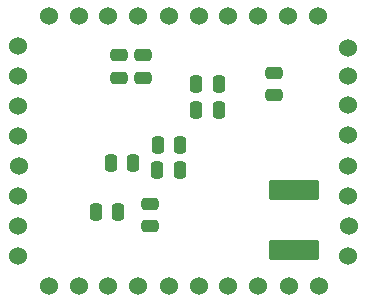
<source format=gbr>
%TF.GenerationSoftware,KiCad,Pcbnew,6.0.1*%
%TF.CreationDate,2022-02-08T14:42:45-06:00*%
%TF.ProjectId,SENSOR_SUITE,53454e53-4f52-45f5-9355-4954452e6b69,rev?*%
%TF.SameCoordinates,Original*%
%TF.FileFunction,Soldermask,Bot*%
%TF.FilePolarity,Negative*%
%FSLAX46Y46*%
G04 Gerber Fmt 4.6, Leading zero omitted, Abs format (unit mm)*
G04 Created by KiCad (PCBNEW 6.0.1) date 2022-02-08 14:42:45*
%MOMM*%
%LPD*%
G01*
G04 APERTURE LIST*
G04 Aperture macros list*
%AMRoundRect*
0 Rectangle with rounded corners*
0 $1 Rounding radius*
0 $2 $3 $4 $5 $6 $7 $8 $9 X,Y pos of 4 corners*
0 Add a 4 corners polygon primitive as box body*
4,1,4,$2,$3,$4,$5,$6,$7,$8,$9,$2,$3,0*
0 Add four circle primitives for the rounded corners*
1,1,$1+$1,$2,$3*
1,1,$1+$1,$4,$5*
1,1,$1+$1,$6,$7*
1,1,$1+$1,$8,$9*
0 Add four rect primitives between the rounded corners*
20,1,$1+$1,$2,$3,$4,$5,0*
20,1,$1+$1,$4,$5,$6,$7,0*
20,1,$1+$1,$6,$7,$8,$9,0*
20,1,$1+$1,$8,$9,$2,$3,0*%
G04 Aperture macros list end*
%ADD10C,1.524000*%
%ADD11RoundRect,0.050800X-2.032000X0.762000X-2.032000X-0.762000X2.032000X-0.762000X2.032000X0.762000X0*%
%ADD12RoundRect,0.250000X-0.250000X-0.475000X0.250000X-0.475000X0.250000X0.475000X-0.250000X0.475000X0*%
%ADD13RoundRect,0.250000X0.475000X-0.250000X0.475000X0.250000X-0.475000X0.250000X-0.475000X-0.250000X0*%
%ADD14RoundRect,0.250000X-0.475000X0.250000X-0.475000X-0.250000X0.475000X-0.250000X0.475000X0.250000X0*%
G04 APERTURE END LIST*
D10*
%TO.C,U1*%
X137335000Y-96775000D03*
X139875000Y-96775000D03*
X142398002Y-96774888D03*
X144943668Y-96774888D03*
X147489334Y-96774888D03*
X150035000Y-96774888D03*
X152540890Y-96774888D03*
X155086556Y-96774888D03*
X157655000Y-96775000D03*
X160195000Y-96775000D03*
X162723555Y-94229221D03*
X162735000Y-91695000D03*
X162723555Y-89137889D03*
X162723555Y-86592222D03*
X162723555Y-84046556D03*
X162723555Y-81500890D03*
X162723555Y-78995000D03*
X162723555Y-76608438D03*
X160177889Y-73903668D03*
X157632222Y-73903668D03*
X155086556Y-73903668D03*
X152540890Y-73903668D03*
X150035000Y-73903668D03*
X147489334Y-73903668D03*
X144943668Y-73903668D03*
X142398002Y-73903668D03*
X139875000Y-73915000D03*
X137335000Y-73915000D03*
X134721227Y-76449334D03*
X134761003Y-78995000D03*
X134761003Y-81535000D03*
X134761003Y-84075000D03*
X134795000Y-86615000D03*
X134761003Y-89137889D03*
X134761003Y-91683555D03*
X134761003Y-94229221D03*
%TD*%
D11*
%TO.C,X8001*%
X158150000Y-93740000D03*
X158150000Y-88660000D03*
%TD*%
D12*
%TO.C,C101*%
X142600000Y-86400000D03*
X144500000Y-86400000D03*
%TD*%
%TO.C,C104*%
X146550000Y-86950000D03*
X148450000Y-86950000D03*
%TD*%
D13*
%TO.C,C106*%
X156450000Y-80650000D03*
X156450000Y-78750000D03*
%TD*%
D12*
%TO.C,C302*%
X149850000Y-81850000D03*
X151750000Y-81850000D03*
%TD*%
D13*
%TO.C,C108*%
X143300000Y-79150000D03*
X143300000Y-77250000D03*
%TD*%
D12*
%TO.C,C102*%
X141350000Y-90500000D03*
X143250000Y-90500000D03*
%TD*%
%TO.C,C103*%
X146600000Y-84850000D03*
X148500000Y-84850000D03*
%TD*%
D13*
%TO.C,C107*%
X145350000Y-79150000D03*
X145350000Y-77250000D03*
%TD*%
D12*
%TO.C,C301*%
X149850000Y-79650000D03*
X151750000Y-79650000D03*
%TD*%
D14*
%TO.C,C105*%
X145950000Y-89850000D03*
X145950000Y-91750000D03*
%TD*%
M02*

</source>
